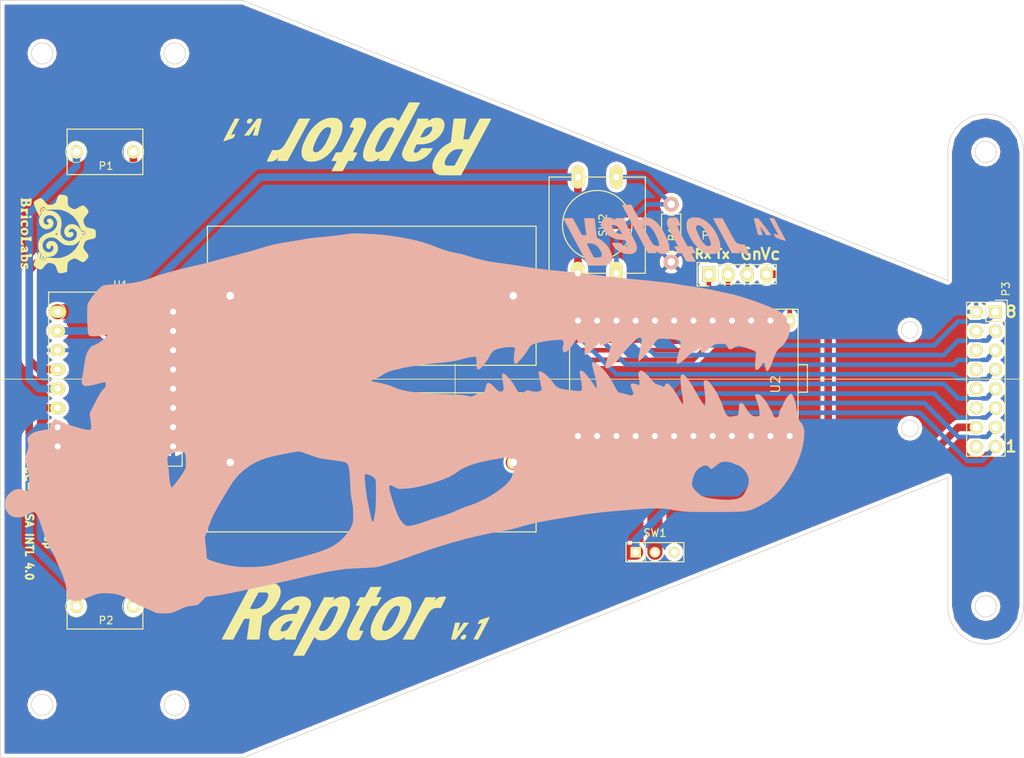
<source format=kicad_pcb>
(kicad_pcb (version 4) (host pcbnew 4.0.5+dfsg1-4~bpo8+1)
  (title_block (title Raptor) (date 2017-03-11) (rev "v 1.0") (company BricoLabs) (comment 1 "Revisado por TCRobotics") (comment 2 "KiCAD: salvari") (comment 3 "CC-By-SA-INTL 4.0") (comment 4 "Diseño: Felixstpd"))
  (layers (0 F.Cu signal) (31 B.Cu signal) (34 B.Paste user) (35 F.Paste user) (36 B.SilkS user hide) (37 F.SilkS user hide) (38 B.Mask user) (39 F.Mask user) (44 Edge.Cuts user))
  (net 0 "")
  (net 1 "Net-(BT1-Pad1)")
  (net 2 "Net-(BT1-Pad2)")
  (net 3 GND)
  (net 4 "Net-(P1-Pad1)")
  (net 5 "Net-(P1-Pad2)")
  (net 6 "Net-(P2-Pad1)")
  (net 7 "Net-(P2-Pad2)")
  (net 8 /Sensor8)
  (net 9 /Sensor7)
  (net 10 /Sensor6)
  (net 11 /Sensor5)
  (net 12 /Sensor4)
  (net 13 /Sensor3)
  (net 14 VCC)
  (net 15 /Sensor2)
  (net 16 /Sensor1)
  (net 17 /Button)
  (net 18 /PWM_RIGHT)
  (net 19 /IN2_RIGHT)
  (net 20 /IN1_RIGHT)
  (net 21 /STBY)
  (net 22 /IN1_LEFT)
  (net 23 /IN2_LEFT)
  (net 24 /PWM_LEFT)
  (net 25 /Vbat)
  (net 26 /Rx)
  (net 27 /Tx)
  (module bl_kicad:Motor_raptor (layer F.Cu) (at 102.3 135)
    (fp_text reference P2 (at 0.14 1.86) (layer F.SilkS))
    (fp_text value RIGHT_ENG)
    (pad 1 thru_hole oval (at -3.75 0) (size 1.6 1.8) (drill 1) (layers *.Cu *.Mask F.SilkS) (net 6 "Net-(P2-Pad1)"))
    (pad 2 thru_hole oval (at 3.75 0) (size 1.6 1.8) (drill 1) (layers *.Cu *.Mask F.SilkS) (net 7 "Net-(P2-Pad2)"))
  )
  (module bl_kicad:Battery_16340 (layer F.Cu) (at 137.5 116 180)
    (fp_text reference BT1 (at 0.47 0.15 180) (layer F.SilkS))
    (fp_text value Battery)
    (pad 1 thru_hole oval (at -18.67 0 180) (size 1.6 1.8) (drill 1) (layers *.Cu *.Mask F.SilkS) (net 1 "Net-(BT1-Pad1)"))
    (pad 1 thru_hole oval (at -18.67 0 180) (size 1.6 1.8) (drill 1) (layers *.Cu *.Mask F.SilkS) (net 1 "Net-(BT1-Pad1)"))
    (pad 2 thru_hole oval (at 18.67 0 180) (size 1.6 1.8) (drill 1) (layers *.Cu *.Mask F.SilkS) (net 2 "Net-(BT1-Pad2)"))
  )
  (module bl_kicad:Battery_16340 (layer F.Cu) (at 137.5 94)
    (fp_text reference BT2 (at 0.47 0.15) (layer F.SilkS))
    (fp_text value Battery)
    (pad 1 thru_hole oval (at -18.67 0) (size 1.6 1.8) (drill 1) (layers *.Cu *.Mask F.SilkS) (net 2 "Net-(BT1-Pad2)"))
    (pad 1 thru_hole oval (at -18.67 0) (size 1.6 1.8) (drill 1) (layers *.Cu *.Mask F.SilkS) (net 2 "Net-(BT1-Pad2)"))
    (pad 2 thru_hole oval (at 18.67 0) (size 1.6 1.8) (drill 1) (layers *.Cu *.Mask F.SilkS) (net 3 GND))
  )
  (module bl_kicad:Motor_raptor (layer F.Cu) (at 102.3 75)
    (fp_text reference P1 (at 0.14 1.86) (layer F.SilkS))
    (fp_text value LEFT_ENG)
    (pad 1 thru_hole oval (at -3.75 0) (size 1.6 1.8) (drill 1) (layers *.Cu *.Mask F.SilkS) (net 4 "Net-(P1-Pad1)"))
    (pad 2 thru_hole oval (at 3.75 0) (size 1.6 1.8) (drill 1) (layers *.Cu *.Mask F.SilkS) (net 5 "Net-(P1-Pad2)"))
  )
  (module Symbols:OSHW-Logo2_14.6x12mm_SilkScreen (layer F.Cu) (at 102.47 124.05 270)
    (fp_text reference REF*** hide)
    (fp_text value OSHW-Logo2_14.6x12mm_SilkScreen hide)
  )
  (module Buttons_Switches_ThroughHole:SW_Micro_SPST (layer F.Cu) (at 174.86 127.86)
    (fp_text reference SW1 (at 0 -2.54) (layer F.SilkS))
    (fp_text value Switch_SPDT_x2)
    (pad 1 thru_hole rect (at -2.54 0) (size 1.397 1.397) (drill 0.8128) (layers *.Cu *.Mask F.SilkS) (net 25 /Vbat))
    (pad 2 thru_hole circle (at 0 0) (size 1.397 1.397) (drill 0.8128) (layers *.Cu *.Mask F.SilkS) (net 1 "Net-(BT1-Pad1)"))
    (pad 3 thru_hole circle (at 2.54 0) (size 1.397 1.397) (drill 0.8128) (layers *.Cu *.Mask F.SilkS))
  )
  (module Buttons_Switches_ThroughHole:SW_PUSH-12mm (layer F.Cu) (at 167.24 84.68 270)
    (fp_text reference SW2 (at 0 -0.762 270) (layer F.SilkS))
    (fp_text value SW_PUSH)
    (pad 1 thru_hole oval (at 6.35 -2.54 270) (size 3.048 1.7272) (drill 0.8128) (layers *.Cu *.Mask F.SilkS) (net 17 /Button))
    (pad 2 thru_hole oval (at 6.35 2.54 270) (size 3.048 1.7272) (drill 0.8128) (layers *.Cu *.Mask F.SilkS) (net 14 VCC))
    (pad 1 thru_hole oval (at -6.35 -2.54 270) (size 3.048 1.7272) (drill 0.8128) (layers *.Cu *.Mask F.SilkS) (net 17 /Button))
    (pad 2 thru_hole oval (at -6.35 2.54 270) (size 3.048 1.7272) (drill 0.8128) (layers *.Cu *.Mask F.SilkS) (net 14 VCC))
  )
  (module Socket_Strips:Socket_Strip_Straight_2x08 (layer F.Cu) (at 219.79 96.13 270)
    (fp_text reference P3 (at -3.025 -1.375 270) (layer F.SilkS))
    (fp_text value CONN_02X08)
    (pad 1 thru_hole rect (at 0 0 270) (size 1.7272 1.7272) (drill 1.016) (layers *.Cu *.Mask F.SilkS) (net 8 /Sensor8))
    (pad 2 thru_hole oval (at 0 2.54 270) (size 1.7272 1.7272) (drill 1.016) (layers *.Cu *.Mask F.SilkS) (net 3 GND))
    (pad 3 thru_hole oval (at 2.54 0 270) (size 1.7272 1.7272) (drill 1.016) (layers *.Cu *.Mask F.SilkS) (net 9 /Sensor7))
    (pad 4 thru_hole oval (at 2.54 2.54 270) (size 1.7272 1.7272) (drill 1.016) (layers *.Cu *.Mask F.SilkS))
    (pad 5 thru_hole oval (at 5.08 0 270) (size 1.7272 1.7272) (drill 1.016) (layers *.Cu *.Mask F.SilkS) (net 10 /Sensor6))
    (pad 6 thru_hole oval (at 5.08 2.54 270) (size 1.7272 1.7272) (drill 1.016) (layers *.Cu *.Mask F.SilkS))
    (pad 7 thru_hole oval (at 7.62 0 270) (size 1.7272 1.7272) (drill 1.016) (layers *.Cu *.Mask F.SilkS) (net 11 /Sensor5))
    (pad 8 thru_hole oval (at 7.62 2.54 270) (size 1.7272 1.7272) (drill 1.016) (layers *.Cu *.Mask F.SilkS))
    (pad 9 thru_hole oval (at 10.16 0 270) (size 1.7272 1.7272) (drill 1.016) (layers *.Cu *.Mask F.SilkS) (net 12 /Sensor4))
    (pad 10 thru_hole oval (at 10.16 2.54 270) (size 1.7272 1.7272) (drill 1.016) (layers *.Cu *.Mask F.SilkS))
    (pad 11 thru_hole oval (at 12.7 0 270) (size 1.7272 1.7272) (drill 1.016) (layers *.Cu *.Mask F.SilkS) (net 13 /Sensor3))
    (pad 12 thru_hole oval (at 12.7 2.54 270) (size 1.7272 1.7272) (drill 1.016) (layers *.Cu *.Mask F.SilkS))
    (pad 13 thru_hole oval (at 15.24 0 270) (size 1.7272 1.7272) (drill 1.016) (layers *.Cu *.Mask F.SilkS) (net 15 /Sensor2))
    (pad 14 thru_hole oval (at 15.24 2.54 270) (size 1.7272 1.7272) (drill 1.016) (layers *.Cu *.Mask F.SilkS) (net 14 VCC))
    (pad 15 thru_hole oval (at 17.78 0 270) (size 1.7272 1.7272) (drill 1.016) (layers *.Cu *.Mask F.SilkS) (net 16 /Sensor1))
    (pad 16 thru_hole oval (at 17.78 2.54 270) (size 1.7272 1.7272) (drill 1.016) (layers *.Cu *.Mask F.SilkS))
  )
  (module Resistors_ThroughHole:Resistor_Horizontal_RM7mm (layer F.Cu) (at 177.005 81.925 270)
    (fp_text reference R1 (at 3.925 -0.175 270) (layer F.SilkS))
    (fp_text value 10k)
    (pad 1 thru_hole circle (at 0 0 270) (size 1.99898 1.99898) (drill 1.00076) (layers *.Cu *.SilkS *.Mask) (net 17 /Button))
    (pad 2 thru_hole circle (at 7.62 0 270) (size 1.99898 1.99898) (drill 1.00076) (layers *.Cu *.SilkS *.Mask) (net 3 GND))
  )
  (module bl_kicad:DIP-24_600 (layer F.Cu) (at 179.04 104.9 270)
    (fp_text reference U2 (at 0.79 -11.73 270) (layer F.SilkS) (effects (font (size 1.2 1.2))))
    (fp_text value Arduino_Pro_Mini)
    (pad 24 thru_hole oval (at 7.620008 -13.6 180) (size 1.2 2) (drill 0.8) (layers *.Cu *.Mask F.SilkS) (net 25 /Vbat))
    (pad 1 thru_hole oval (at -7.619997 -13.6 180) (size 1.2 2) (drill 0.8) (layers *.Cu *.Mask F.SilkS) (net 27 /Tx))
    (pad 23 thru_hole oval (at 7.620008 -11.06 180) (size 1.2 2) (drill 0.8) (layers *.Cu *.Mask F.SilkS) (net 3 GND))
    (pad 2 thru_hole oval (at -7.619997 -11.06 180) (size 1.2 2) (drill 0.8) (layers *.Cu *.Mask F.SilkS) (net 26 /Rx))
    (pad 22 thru_hole oval (at 7.620008 -8.52 180) (size 1.2 2) (drill 0.8) (layers *.Cu *.Mask F.SilkS))
    (pad 3 thru_hole oval (at -7.619997 -8.52 180) (size 1.2 2) (drill 0.8) (layers *.Cu *.Mask F.SilkS) (net 3 GND))
    (pad 21 thru_hole oval (at 7.620008 -5.98 180) (size 1.2 2) (drill 0.8) (layers *.Cu *.Mask F.SilkS) (net 14 VCC))
    (pad 4 thru_hole oval (at -7.619997 -5.98 180) (size 1.2 2) (drill 0.8) (layers *.Cu *.Mask F.SilkS) (net 3 GND))
    (pad 20 thru_hole oval (at 7.620008 -3.44 180) (size 1.2 2) (drill 0.8) (layers *.Cu *.Mask F.SilkS) (net 16 /Sensor1))
    (pad 5 thru_hole oval (at -7.619997 -3.44 180) (size 1.2 2) (drill 0.8) (layers *.Cu *.Mask F.SilkS) (net 22 /IN1_LEFT))
    (pad 19 thru_hole oval (at 7.620008 -0.9 180) (size 1.2 2) (drill 0.8) (layers *.Cu *.Mask F.SilkS) (net 15 /Sensor2))
    (pad 6 thru_hole oval (at -7.619997 -0.9 180) (size 1.2 2) (drill 0.8) (layers *.Cu *.Mask F.SilkS) (net 23 /IN2_LEFT))
    (pad 18 thru_hole oval (at 7.620008 1.64 180) (size 1.2 2) (drill 0.8) (layers *.Cu *.Mask F.SilkS) (net 13 /Sensor3))
    (pad 7 thru_hole oval (at -7.619997 1.64 180) (size 1.2 2) (drill 0.8) (layers *.Cu *.Mask F.SilkS) (net 8 /Sensor8))
    (pad 17 thru_hole oval (at 7.620008 4.18 180) (size 1.2 2) (drill 0.8) (layers *.Cu *.Mask F.SilkS) (net 12 /Sensor4))
    (pad 8 thru_hole oval (at -7.619997 4.18 180) (size 1.2 2) (drill 0.8) (layers *.Cu *.Mask F.SilkS) (net 24 /PWM_LEFT))
    (pad 16 thru_hole oval (at 7.620008 6.72 180) (size 1.2 2) (drill 0.8) (layers *.Cu *.Mask F.SilkS) (net 21 /STBY))
    (pad 9 thru_hole oval (at -7.619997 6.72 180) (size 1.2 2) (drill 0.8) (layers *.Cu *.Mask F.SilkS) (net 9 /Sensor7))
    (pad 15 thru_hole oval (at 7.620008 9.26 180) (size 1.2 2) (drill 0.8) (layers *.Cu *.Mask F.SilkS) (net 20 /IN1_RIGHT))
    (pad 10 thru_hole oval (at -7.619997 9.26 180) (size 1.2 2) (drill 0.8) (layers *.Cu *.Mask F.SilkS) (net 17 /Button))
    (pad 14 thru_hole oval (at 7.620008 11.8 180) (size 1.2 2) (drill 0.8) (layers *.Cu *.Mask F.SilkS) (net 19 /IN2_RIGHT))
    (pad 11 thru_hole oval (at -7.619997 11.8 180) (size 1.2 2) (drill 0.8) (layers *.Cu *.Mask F.SilkS) (net 10 /Sensor6))
    (pad 13 thru_hole oval (at 7.620008 14.34 180) (size 1.2 2) (drill 0.8) (layers *.Cu *.Mask F.SilkS) (net 18 /PWM_RIGHT))
    (pad 12 thru_hole oval (at -7.619997 14.34 180) (size 1.2 2) (drill 0.8) (layers *.Cu *.Mask F.SilkS) (net 11 /Sensor5))
  )
  (module Socket_Strips:Socket_Strip_Straight_1x04 (layer F.Cu) (at 181.972 91.157)
    (fp_text reference P4 (at 0 -5.1) (layer F.SilkS))
    (fp_text value CONN_01X04)
    (pad 1 thru_hole rect (at 0 0) (size 1.7272 2.032) (drill 1.016) (layers *.Cu *.Mask F.SilkS) (net 26 /Rx))
    (pad 2 thru_hole oval (at 2.54 0) (size 1.7272 2.032) (drill 1.016) (layers *.Cu *.Mask F.SilkS) (net 27 /Tx))
    (pad 3 thru_hole oval (at 5.08 0) (size 1.7272 2.032) (drill 1.016) (layers *.Cu *.Mask F.SilkS) (net 3 GND))
    (pad 4 thru_hole oval (at 7.62 0) (size 1.7272 2.032) (drill 1.016) (layers *.Cu *.Mask F.SilkS) (net 14 VCC))
  )
  (module bl_kicad:RaptorCranium (layer B.Cu) (at 141.84 108.81)
    (fp_text reference G*** hide)
    (fp_text value LOGO hide)
  )
  (module bl_kicad:RaptorName_v1 (layer F.Cu) (at 135.49 136.75)
    (fp_text reference G*** hide)
    (fp_text value LOGO hide)
  )
  (module bl_kicad:RaptorName_v1 (layer F.Cu) (at 135.49 73.25 180)
    (fp_text reference G*** hide)
    (fp_text value LOGO hide)
  )
  (module bl_kicad:BricoLabs_logo_small (layer F.Cu) (at 96.12 85.95 270)
    (fp_text reference G*** hide)
    (fp_text value LOGO hide)
  )
  (module bl_kicad:DIP-16_600 (layer F.Cu) (at 96.05 96.11)
    (fp_text reference U1 (at 8.32 -3.54) (layer F.SilkS))
    (fp_text value TB6612FNG_BREAKOUT)
    (pad 1 thru_hole oval (at 0 0) (size 2 1.6) (drill 0.8) (layers *.Cu *.Mask F.SilkS) (net 25 /Vbat))
    (pad 2 thru_hole oval (at 0 2.54) (size 2 1.6) (drill 0.8) (layers *.Cu *.Mask F.SilkS) (net 14 VCC))
    (pad 3 thru_hole oval (at 0 5.08) (size 2 1.6) (drill 0.8) (layers *.Cu *.Mask F.SilkS) (net 3 GND))
    (pad 4 thru_hole oval (at 0 7.62) (size 2 1.6) (drill 0.8) (layers *.Cu *.Mask F.SilkS) (net 5 "Net-(P1-Pad2)"))
    (pad 5 thru_hole oval (at 0 10.16) (size 2 1.6) (drill 0.8) (layers *.Cu *.Mask F.SilkS) (net 4 "Net-(P1-Pad1)"))
    (pad 6 thru_hole oval (at 0 12.7) (size 2 1.6) (drill 0.8) (layers *.Cu *.Mask F.SilkS) (net 7 "Net-(P2-Pad2)"))
    (pad 7 thru_hole oval (at 0 15.24) (size 2 1.6) (drill 0.8) (layers *.Cu *.Mask F.SilkS) (net 6 "Net-(P2-Pad1)"))
    (pad 8 thru_hole oval (at 0 17.78) (size 2 1.6) (drill 0.8) (layers *.Cu *.Mask F.SilkS) (net 3 GND))
    (pad 9 thru_hole oval (at 15.24 17.78) (size 2 1.6) (drill 0.8) (layers *.Cu *.Mask F.SilkS) (net 3 GND))
    (pad 10 thru_hole oval (at 15.24 15.24) (size 2 1.6) (drill 0.8) (layers *.Cu *.Mask F.SilkS) (net 18 /PWM_RIGHT))
    (pad 11 thru_hole oval (at 15.24 12.7) (size 2 1.6) (drill 0.8) (layers *.Cu *.Mask F.SilkS) (net 19 /IN2_RIGHT))
    (pad 12 thru_hole oval (at 15.24 10.16) (size 2 1.6) (drill 0.8) (layers *.Cu *.Mask F.SilkS) (net 20 /IN1_RIGHT))
    (pad 13 thru_hole oval (at 15.24 7.62) (size 2 1.6) (drill 0.8) (layers *.Cu *.Mask F.SilkS) (net 21 /STBY))
    (pad 14 thru_hole oval (at 15.24 5.08) (size 2 1.6) (drill 0.8) (layers *.Cu *.Mask F.SilkS) (net 22 /IN1_LEFT))
    (pad 15 thru_hole oval (at 15.24 2.54) (size 2 1.6) (drill 0.8) (layers *.Cu *.Mask F.SilkS) (net 23 /IN2_LEFT))
    (pad 16 thru_hole oval (at 15.24 0) (size 2 1.6) (drill 0.8) (layers *.Cu *.Mask F.SilkS) (net 24 /PWM_LEFT))
  )
  (gr_text Felixstdp (at 94.85 124.05 270) (layer F.SilkS) (effects (font (size 1 1) (thickness 0.25))))
  (gr_text "CC-By-SA INTL 4.0" (at 92.31 124.05 270) (layer F.SilkS) (effects (font (size 1 1) (thickness 0.25))))
  (gr_line (start 213.5011 118.0036) (end 213.5011 135.0036) (layer Edge.Cuts) (width 0.1))
  (gr_line (start 213.5011 75.0036) (end 213.5011 92.0036) (layer Edge.Cuts) (width 0.1))
  (gr_line (start 120.5011 155.0036) (end 213.5011 118.0036) (layer Edge.Cuts) (width 0.1))
  (gr_line (start 120.5011 55.0036) (end 213.5011 92.0036) (layer Edge.Cuts) (width 0.1))
  (gr_circle (center 94.0011 62.0036) (end 95.4011 62.0036) (layer Edge.Cuts) (width 0.1))
  (gr_circle (center 111.5011 62.0036) (end 112.9011 62.0036) (layer Edge.Cuts) (width 0.1))
  (gr_circle (center 111.5011 148.0036) (end 112.9011 148.0036) (layer Edge.Cuts) (width 0.1))
  (gr_circle (center 94.0011 148.0036) (end 95.4011 148.0036) (layer Edge.Cuts) (width 0.1))
  (gr_circle (center 218.5011 135.0036) (end 219.9011 135.0036) (layer Edge.Cuts) (width 0.1))
  (gr_circle (center 218.5011 75.0036) (end 219.9011 75.0036) (layer Edge.Cuts) (width 0.1))
  (gr_line (start 120.5011 55.0036) (end 88.5011 55.0036) (layer Edge.Cuts) (width 0.1))
  (gr_line (start 88.5011 155.0036) (end 120.5011 155.0036) (layer Edge.Cuts) (width 0.1))
  (gr_line (start 88.5011 55.0036) (end 88.5011 155.0036) (layer Edge.Cuts) (width 0.1))
  (gr_arc (start 218.5011 135.0036) (end 213.5011 135.0036) (angle -180) (layer Edge.Cuts) (width 0.1))
  (gr_arc (start 218.5011 75.0036) (end 223.5011 75.0036) (angle -180) (layer Edge.Cuts) (width 0.1))
  (gr_line (start 223.5011 75.0036) (end 223.5011 135.0036) (layer Edge.Cuts) (width 0.1))
  (gr_circle (center 208.5011 111.5036) (end 209.6011 111.5036) (layer Edge.Cuts) (width 0.1))
  (gr_circle (center 208.5011 98.5036) (end 209.6011 98.5036) (layer Edge.Cuts) (width 0.1))
  (gr_text 8 (at 221.85 96.11) (layer F.SilkS) (effects (font (size 1.5 1.5) (thickness 0.3))))
  (gr_text 1 (at 221.85 113.89) (layer F.SilkS) (effects (font (size 1.5 1.5) (thickness 0.3))))
  (gr_text Gn (at 187.56 88.49) (layer F.SilkS) (effects (font (size 1.5 1.5) (thickness 0.3))))
  (gr_text Vc (at 190.1 88.49) (layer F.SilkS) (effects (font (size 1.5 1.5) (thickness 0.3))))
  (gr_text Tx (at 183.75 88.49) (layer F.SilkS) (effects (font (size 1.2 1.2) (thickness 0.3))))
  (gr_text Rx (at 181.21 88.49) (layer F.SilkS) (effects (font (size 1.2 1.2) (thickness 0.3))))
  (gr_line (start 148.5011 103.0036) (end 148.5011 107.0036) (layer F.SilkS) (width 0.1))
  (gr_line (start 88.5011 105.0036) (end 223.5011 105.0036) (layer F.SilkS) (width 0.1))
  (gr_circle (center 106.0011 135.0036) (end 107.4011 135.0036) (layer F.SilkS) (width 0.1))
  (gr_circle (center 98.5011 135.0036) (end 99.9011 135.0036) (layer F.SilkS) (width 0.1))
  (gr_circle (center 106.0011 75.0036) (end 107.4011 75.0036) (layer F.SilkS) (width 0.1))
  (gr_circle (center 98.5011 75.0036) (end 99.9011 75.0036) (layer F.SilkS) (width 0.1))
  (segment (start 168.08 116) (end 174.86 122.78) (width 2) (layer F.Cu) (net 1))
  (segment (start 174.86 122.78) (end 174.86 127.86) (width 2) (layer F.Cu) (net 1))
  (segment (start 156.17 116) (end 168.08 116) (width 2) (layer F.Cu) (net 1))
  (segment (start 118.83 94) (end 118.83 116) (width 2) (layer B.Cu) (net 2))
  (segment (start 96.05 106.27) (end 93.58 106.27) (width 1) (layer B.Cu) (net 4))
  (segment (start 93.58 106.27) (end 92.31 105) (width 1) (layer B.Cu) (net 4))
  (segment (start 92.31 105) (end 92.31 83.14) (width 1) (layer B.Cu) (net 4))
  (segment (start 92.31 83.14) (end 98.55 76.9) (width 1) (layer B.Cu) (net 4))
  (segment (start 98.55 76.9) (end 98.55 75) (width 1) (layer B.Cu) (net 4))
  (segment (start 96.05 103.73) (end 93.58 103.73) (width 1) (layer F.Cu) (net 5))
  (segment (start 93.58 103.73) (end 92.31 102.46) (width 1) (layer F.Cu) (net 5))
  (segment (start 92.31 102.46) (end 92.31 90.64) (width 1) (layer F.Cu) (net 5))
  (segment (start 92.31 90.64) (end 106.05 76.9) (width 1) (layer F.Cu) (net 5))
  (segment (start 106.05 76.9) (end 106.05 75) (width 1) (layer F.Cu) (net 5))
  (segment (start 96.05 111.35) (end 93.58 111.35) (width 1) (layer B.Cu) (net 6))
  (segment (start 93.58 111.35) (end 92.31 112.62) (width 1) (layer B.Cu) (net 6))
  (segment (start 92.31 112.62) (end 92.31 126.59) (width 1) (layer B.Cu) (net 6))
  (segment (start 92.31 126.59) (end 98.55 132.83) (width 1) (layer B.Cu) (net 6))
  (segment (start 98.55 132.83) (end 98.55 135) (width 1) (layer B.Cu) (net 6))
  (segment (start 92.31 110.08) (end 92.31 119.36) (width 1) (layer F.Cu) (net 7))
  (segment (start 92.31 119.36) (end 106.05 133.1) (width 1) (layer F.Cu) (net 7))
  (segment (start 106.05 133.1) (end 106.05 135) (width 1) (layer F.Cu) (net 7))
  (segment (start 93.58 108.81) (end 92.31 110.08) (width 1) (layer F.Cu) (net 7))
  (segment (start 96.05 108.81) (end 93.58 108.81) (width 1) (layer F.Cu) (net 7))
  (segment (start 177.4 97.280003) (end 177.4 99.285) (width 0.6096) (layer B.Cu) (net 8))
  (segment (start 214.881801 97.396801) (end 216.151801 97.396801) (width 0.6096) (layer B.Cu) (net 8))
  (segment (start 177.4 99.285) (end 178.67 100.555) (width 0.6096) (layer B.Cu) (net 8))
  (segment (start 178.67 100.555) (end 211.69 100.555) (width 0.6096) (layer B.Cu) (net 8))
  (segment (start 211.69 100.555) (end 214.848199 97.396801) (width 0.6096) (layer B.Cu) (net 8))
  (segment (start 214.848199 97.396801) (end 214.881801 97.396801) (width 0.6096) (layer B.Cu) (net 8))
  (segment (start 218.04 97.38) (end 217.874866 97.38) (width 0.4064) (layer B.Cu) (net 8))
  (segment (start 217.874866 97.38) (end 217.858065 97.396801) (width 0.4064) (layer B.Cu) (net 8))
  (segment (start 217.858065 97.396801) (end 216.151801 97.396801) (width 0.4064) (layer B.Cu) (net 8))
  (segment (start 218.675 97.38) (end 218.04 97.38) (width 0.6096) (layer B.Cu) (net 8))
  (segment (start 219.79 96.265) (end 218.675 97.38) (width 0.6096) (layer B.Cu) (net 8))
  (segment (start 219.79 96.13) (end 219.79 96.265) (width 0.6096) (layer B.Cu) (net 8))
  (segment (start 172.32 97.280003) (end 172.32 99.285) (width 0.6096) (layer B.Cu) (net 9))
  (segment (start 174.86 101.825) (end 212.96 101.825) (width 0.6096) (layer B.Cu) (net 9))
  (segment (start 172.32 99.285) (end 174.86 101.825) (width 0.6096) (layer B.Cu) (net 9))
  (segment (start 214.881801 99.936801) (end 216.151801 99.936801) (width 0.6096) (layer B.Cu) (net 9))
  (segment (start 212.96 101.825) (end 214.848199 99.936801) (width 0.6096) (layer B.Cu) (net 9))
  (segment (start 214.848199 99.936801) (end 214.881801 99.936801) (width 0.6096) (layer B.Cu) (net 9))
  (segment (start 218.04 99.92) (end 217.874866 99.92) (width 0.4064) (layer B.Cu) (net 9))
  (segment (start 217.874866 99.92) (end 217.858065 99.936801) (width 0.4064) (layer B.Cu) (net 9))
  (segment (start 217.858065 99.936801) (end 216.151801 99.936801) (width 0.4064) (layer B.Cu) (net 9))
  (segment (start 218.675 99.92) (end 218.04 99.92) (width 0.6096) (layer B.Cu) (net 9))
  (segment (start 218.926401 99.668599) (end 218.675 99.92) (width 0.6096) (layer B.Cu) (net 9))
  (segment (start 219.79 98.67) (end 218.926401 99.533599) (width 0.6096) (layer B.Cu) (net 9))
  (segment (start 218.926401 99.533599) (end 218.926401 99.668599) (width 0.6096) (layer B.Cu) (net 9))
  (segment (start 167.24 97.280003) (end 167.24 99.285) (width 0.6096) (layer B.Cu) (net 10))
  (segment (start 167.24 99.285) (end 171.05 103.095) (width 0.6096) (layer B.Cu) (net 10))
  (segment (start 171.05 103.095) (end 214.23 103.095) (width 0.6096) (layer B.Cu) (net 10))
  (segment (start 214.23 103.095) (end 214.848199 102.476801) (width 0.6096) (layer B.Cu) (net 10))
  (segment (start 214.848199 102.476801) (end 214.881801 102.476801) (width 0.6096) (layer B.Cu) (net 10))
  (segment (start 214.881801 102.476801) (end 216.151801 102.476801) (width 0.6096) (layer B.Cu) (net 10))
  (segment (start 218.04 102.46) (end 217.874866 102.46) (width 0.4064) (layer B.Cu) (net 10))
  (segment (start 217.874866 102.46) (end 217.858065 102.476801) (width 0.4064) (layer B.Cu) (net 10))
  (segment (start 217.858065 102.476801) (end 216.151801 102.476801) (width 0.4064) (layer B.Cu) (net 10))
  (segment (start 218.675 102.46) (end 218.04 102.46) (width 0.6096) (layer B.Cu) (net 10))
  (segment (start 218.926401 102.208599) (end 218.675 102.46) (width 0.6096) (layer B.Cu) (net 10))
  (segment (start 219.79 101.21) (end 218.926401 102.073599) (width 0.6096) (layer B.Cu) (net 10))
  (segment (start 218.926401 102.073599) (end 218.926401 102.208599) (width 0.6096) (layer B.Cu) (net 10))
  (segment (start 164.7 97.280003) (end 164.7 99.285) (width 0.6096) (layer B.Cu) (net 11))
  (segment (start 164.7 99.285) (end 169.78 104.365) (width 0.6096) (layer B.Cu) (net 11))
  (segment (start 169.78 104.365) (end 214.23 104.365) (width 0.6096) (layer B.Cu) (net 11))
  (segment (start 214.23 104.365) (end 214.881801 105.016801) (width 0.6096) (layer B.Cu) (net 11))
  (segment (start 214.881801 105.016801) (end 216.151801 105.016801) (width 0.6096) (layer B.Cu) (net 11))
  (segment (start 218.04 105) (end 217.874866 105) (width 0.4064) (layer B.Cu) (net 11))
  (segment (start 217.874866 105) (end 217.858065 105.016801) (width 0.4064) (layer B.Cu) (net 11))
  (segment (start 217.858065 105.016801) (end 216.151801 105.016801) (width 0.4064) (layer B.Cu) (net 11))
  (segment (start 218.675 105) (end 218.04 105) (width 0.6096) (layer B.Cu) (net 11))
  (segment (start 218.926401 104.748599) (end 218.675 105) (width 0.6096) (layer B.Cu) (net 11))
  (segment (start 219.79 103.75) (end 218.926401 104.613599) (width 0.6096) (layer B.Cu) (net 11))
  (segment (start 218.926401 104.613599) (end 218.926401 104.748599) (width 0.6096) (layer B.Cu) (net 11))
  (segment (start 216.151801 107.556801) (end 214.881801 107.556801) (width 0.6096) (layer B.Cu) (net 12))
  (segment (start 214.881801 107.556801) (end 212.96 105.635) (width 0.6096) (layer B.Cu) (net 12))
  (segment (start 212.96 105.635) (end 179.305 105.635) (width 0.6096) (layer B.Cu) (net 12))
  (segment (start 179.305 105.635) (end 174.86 110.08) (width 0.6096) (layer B.Cu) (net 12))
  (segment (start 174.86 110.08) (end 174.86 112.520008) (width 0.6096) (layer B.Cu) (net 12))
  (segment (start 218.04 107.54) (end 217.874866 107.54) (width 0.4064) (layer B.Cu) (net 12))
  (segment (start 217.874866 107.54) (end 217.858065 107.556801) (width 0.4064) (layer B.Cu) (net 12))
  (segment (start 217.858065 107.556801) (end 216.151801 107.556801) (width 0.4064) (layer B.Cu) (net 12))
  (segment (start 218.675 107.54) (end 218.04 107.54) (width 0.6096) (layer B.Cu) (net 12))
  (segment (start 218.926401 107.288599) (end 218.675 107.54) (width 0.6096) (layer B.Cu) (net 12))
  (segment (start 219.79 106.29) (end 218.926401 107.153599) (width 0.6096) (layer B.Cu) (net 12))
  (segment (start 218.926401 107.153599) (end 218.926401 107.288599) (width 0.6096) (layer B.Cu) (net 12))
  (segment (start 216.151801 110.096801) (end 214.881801 110.096801) (width 0.6096) (layer B.Cu) (net 13))
  (segment (start 214.881801 110.096801) (end 211.69 106.905) (width 0.6096) (layer B.Cu) (net 13))
  (segment (start 211.69 106.905) (end 180.575 106.905) (width 0.6096) (layer B.Cu) (net 13))
  (segment (start 180.575 106.905) (end 177.4 110.08) (width 0.6096) (layer B.Cu) (net 13))
  (segment (start 177.4 110.08) (end 177.4 112.520008) (width 0.6096) (layer B.Cu) (net 13))
  (segment (start 218.04 110.08) (end 217.874866 110.08) (width 0.4064) (layer B.Cu) (net 13))
  (segment (start 217.874866 110.08) (end 217.858065 110.096801) (width 0.4064) (layer B.Cu) (net 13))
  (segment (start 217.858065 110.096801) (end 216.151801 110.096801) (width 0.4064) (layer B.Cu) (net 13))
  (segment (start 218.54 110.08) (end 218.04 110.08) (width 0.6096) (layer B.Cu) (net 13))
  (segment (start 219.79 108.83) (end 218.54 110.08) (width 0.6096) (layer B.Cu) (net 13))
  (segment (start 173.59 84.68) (end 168.51 84.68) (width 1) (layer F.Cu) (net 14))
  (segment (start 174.86 85.95) (end 173.59 84.68) (width 1) (layer F.Cu) (net 14))
  (segment (start 190.1 85.95) (end 174.86 85.95) (width 1) (layer F.Cu) (net 14))
  (segment (start 167.24 85.95) (end 168.51 84.68) (width 1) (layer F.Cu) (net 14))
  (segment (start 164.7 88.49) (end 167.24 85.95) (width 1) (layer F.Cu) (net 14))
  (segment (start 195.053 90.903) (end 190.1 85.95) (width 1) (layer F.Cu) (net 14))
  (segment (start 195.053 91.157) (end 195.053 90.903) (width 1) (layer F.Cu) (net 14))
  (segment (start 214.885 111.37) (end 208.555 117.7) (width 1) (layer F.Cu) (net 14))
  (segment (start 208.555 117.7) (end 203.475 117.7) (width 1) (layer F.Cu) (net 14))
  (segment (start 217.25 111.37) (end 214.885 111.37) (width 1) (layer F.Cu) (net 14))
  (segment (start 197.72 93.57) (end 195.18 91.03) (width 1) (layer F.Cu) (net 14))
  (segment (start 195.053 91.157) (end 195.18 91.03) (width 1) (layer F.Cu) (net 14))
  (segment (start 189.592 91.157) (end 195.053 91.157) (width 1) (layer F.Cu) (net 14))
  (segment (start 197.72 114.525) (end 197.72 93.57) (width 1) (layer F.Cu) (net 14))
  (segment (start 197.72 114.525) (end 194.545 117.7) (width 1) (layer F.Cu) (net 14))
  (segment (start 164.7 91.03) (end 164.7 88.49) (width 1) (layer F.Cu) (net 14))
  (segment (start 168.51 84.68) (end 164.7 80.87) (width 1) (layer F.Cu) (net 14))
  (segment (start 164.7 80.87) (end 164.7 78.33) (width 1) (layer F.Cu) (net 14))
  (segment (start 203.475 117.7) (end 194.545 117.7) (width 1) (layer F.Cu) (net 14))
  (segment (start 122.79 78.33) (end 148.825 78.33) (width 1) (layer B.Cu) (net 14))
  (segment (start 148.825 78.33) (end 164.7 78.33) (width 1) (layer B.Cu) (net 14))
  (segment (start 194.545 117.7) (end 187.56 117.7) (width 1) (layer F.Cu) (net 14))
  (segment (start 187.56 117.7) (end 185.02 115.16) (width 1) (layer F.Cu) (net 14))
  (segment (start 185.02 115.16) (end 185.02 112.520008) (width 1) (layer F.Cu) (net 14))
  (segment (start 102.47 98.65) (end 122.79 78.33) (width 1) (layer B.Cu) (net 14))
  (segment (start 96.05 98.65) (end 102.47 98.65) (width 1) (layer B.Cu) (net 14))
  (segment (start 216.151801 112.636801) (end 214.881801 112.636801) (width 0.6096) (layer B.Cu) (net 15))
  (segment (start 214.881801 112.636801) (end 210.42 108.175) (width 0.6096) (layer B.Cu) (net 15))
  (segment (start 210.42 108.175) (end 181.845 108.175) (width 0.6096) (layer B.Cu) (net 15))
  (segment (start 181.845 108.175) (end 179.94 110.08) (width 0.6096) (layer B.Cu) (net 15))
  (segment (start 179.94 110.08) (end 179.94 112.520008) (width 0.6096) (layer B.Cu) (net 15))
  (segment (start 216.151801 112.636801) (end 216.135 112.62) (width 0.4064) (layer B.Cu) (net 15))
  (segment (start 218.04 112.62) (end 217.874866 112.62) (width 0.4064) (layer B.Cu) (net 15))
  (segment (start 217.874866 112.62) (end 217.858065 112.636801) (width 0.4064) (layer B.Cu) (net 15))
  (segment (start 217.858065 112.636801) (end 216.151801 112.636801) (width 0.4064) (layer B.Cu) (net 15))
  (segment (start 218.675 112.62) (end 218.04 112.62) (width 0.6096) (layer B.Cu) (net 15))
  (segment (start 218.926401 112.368599) (end 218.675 112.62) (width 0.6096) (layer B.Cu) (net 15))
  (segment (start 219.79 111.37) (end 218.926401 112.233599) (width 0.6096) (layer B.Cu) (net 15))
  (segment (start 218.926401 112.233599) (end 218.926401 112.368599) (width 0.6096) (layer B.Cu) (net 15))
  (segment (start 219.79 113.91) (end 218.926401 114.773599) (width 0.6096) (layer B.Cu) (net 16))
  (segment (start 216.135 115.795) (end 209.785 109.445) (width 0.6096) (layer B.Cu) (net 16))
  (segment (start 218.926401 114.773599) (end 218.926401 114.908599) (width 0.6096) (layer B.Cu) (net 16))
  (segment (start 218.926401 114.908599) (end 218.04 115.795) (width 0.6096) (layer B.Cu) (net 16))
  (segment (start 218.04 115.795) (end 216.135 115.795) (width 0.6096) (layer B.Cu) (net 16))
  (segment (start 209.785 109.445) (end 183.75 109.445) (width 0.6096) (layer B.Cu) (net 16))
  (segment (start 183.75 109.445) (end 182.48 110.715) (width 0.6096) (layer B.Cu) (net 16))
  (segment (start 182.48 110.715) (end 182.48 112.520008) (width 0.6096) (layer B.Cu) (net 16))
  (segment (start 169.78 91.03) (end 169.78 97.280003) (width 0.6096) (layer B.Cu) (net 17))
  (segment (start 173.805 81.925) (end 169.78 85.95) (width 0.6096) (layer B.Cu) (net 17))
  (segment (start 169.78 85.95) (end 169.78 91.03) (width 0.6096) (layer B.Cu) (net 17))
  (segment (start 177.005 81.925) (end 173.805 81.925) (width 0.6096) (layer B.Cu) (net 17))
  (segment (start 169.78 78.33) (end 173.41 78.33) (width 0.6096) (layer B.Cu) (net 17))
  (segment (start 173.41 78.33) (end 177.005 81.925) (width 0.6096) (layer B.Cu) (net 17))
  (segment (start 111.29 111.35) (end 113.9 111.35) (width 0.6096) (layer F.Cu) (net 18))
  (segment (start 113.9 111.35) (end 117.71 107.54) (width 0.6096) (layer F.Cu) (net 18))
  (segment (start 117.71 107.54) (end 162.16 107.54) (width 0.6096) (layer F.Cu) (net 18))
  (segment (start 162.16 107.54) (end 164.7 110.08) (width 0.6096) (layer F.Cu) (net 18))
  (segment (start 164.7 110.08) (end 164.7 112.520008) (width 0.6096) (layer F.Cu) (net 18))
  (segment (start 111.29 108.81) (end 113.9 108.81) (width 0.6096) (layer F.Cu) (net 19))
  (segment (start 113.9 108.81) (end 116.44 106.27) (width 0.6096) (layer F.Cu) (net 19))
  (segment (start 116.44 106.27) (end 163.43 106.27) (width 0.6096) (layer F.Cu) (net 19))
  (segment (start 163.43 106.27) (end 167.24 110.08) (width 0.6096) (layer F.Cu) (net 19))
  (segment (start 167.24 110.08) (end 167.24 112.520008) (width 0.6096) (layer F.Cu) (net 19))
  (segment (start 169.78 112.520008) (end 169.78 110.08) (width 0.6096) (layer F.Cu) (net 20))
  (segment (start 113.9 106.27) (end 111.29 106.27) (width 0.6096) (layer F.Cu) (net 20))
  (segment (start 169.78 110.08) (end 164.7 105) (width 0.6096) (layer F.Cu) (net 20))
  (segment (start 164.7 105) (end 115.17 105) (width 0.6096) (layer F.Cu) (net 20))
  (segment (start 115.17 105) (end 113.9 106.27) (width 0.6096) (layer F.Cu) (net 20))
  (segment (start 165.97 103.73) (end 111.29 103.73) (width 0.6096) (layer F.Cu) (net 21))
  (segment (start 172.32 110.08) (end 165.97 103.73) (width 0.6096) (layer F.Cu) (net 21))
  (segment (start 172.32 112.520008) (end 172.32 110.08) (width 0.6096) (layer F.Cu) (net 21))
  (segment (start 182.48 97.280003) (end 182.48 99.92) (width 0.6096) (layer F.Cu) (net 22))
  (segment (start 182.48 99.92) (end 179.94 102.46) (width 0.6096) (layer F.Cu) (net 22))
  (segment (start 179.94 102.46) (end 115.17 102.46) (width 0.6096) (layer F.Cu) (net 22))
  (segment (start 115.17 102.46) (end 113.9 101.19) (width 0.6096) (layer F.Cu) (net 22))
  (segment (start 113.9 101.19) (end 111.29 101.19) (width 0.6096) (layer F.Cu) (net 22))
  (segment (start 111.29 98.65) (end 113.9 98.65) (width 0.6096) (layer F.Cu) (net 23))
  (segment (start 178.67 101.19) (end 179.94 99.92) (width 0.6096) (layer F.Cu) (net 23))
  (segment (start 113.9 98.65) (end 116.44 101.19) (width 0.6096) (layer F.Cu) (net 23))
  (segment (start 116.44 101.19) (end 178.67 101.19) (width 0.6096) (layer F.Cu) (net 23))
  (segment (start 179.94 99.92) (end 179.94 97.680003) (width 0.6096) (layer F.Cu) (net 23))
  (segment (start 179.94 97.680003) (end 179.94 97.280003) (width 0.6096) (layer F.Cu) (net 23))
  (segment (start 174.86 97.280003) (end 174.86 98.65) (width 0.6096) (layer F.Cu) (net 24))
  (segment (start 174.86 98.65) (end 173.59 99.92) (width 0.6096) (layer F.Cu) (net 24))
  (segment (start 117.71 99.92) (end 113.9 96.11) (width 0.6096) (layer F.Cu) (net 24))
  (segment (start 173.59 99.92) (end 117.71 99.92) (width 0.6096) (layer F.Cu) (net 24))
  (segment (start 113.9 96.11) (end 111.29 96.11) (width 0.6096) (layer F.Cu) (net 24))
  (segment (start 103.74 99.285) (end 103.74 116.43) (width 2) (layer F.Cu) (net 25))
  (segment (start 103.74 116.43) (end 115.17 127.86) (width 2) (layer F.Cu) (net 25))
  (segment (start 96.05 96.11) (end 100.565 96.11) (width 2) (layer F.Cu) (net 25))
  (segment (start 100.565 96.11) (end 103.74 99.285) (width 2) (layer F.Cu) (net 25))
  (segment (start 115.17 127.86) (end 172.32 127.86) (width 2) (layer F.Cu) (net 25))
  (segment (start 172.32 127.86) (end 172.32 126.1615) (width 1) (layer B.Cu) (net 25))
  (segment (start 172.32 126.1615) (end 176.9715 121.51) (width 1) (layer B.Cu) (net 25))
  (segment (start 176.9715 121.51) (end 186.29 121.51) (width 1) (layer B.Cu) (net 25))
  (segment (start 192.64 115.16) (end 186.29 121.51) (width 1) (layer B.Cu) (net 25))
  (segment (start 192.64 112.520008) (end 192.64 115.16) (width 1) (layer B.Cu) (net 25))
  (segment (start 182.48 94.84) (end 189.269597 94.84) (width 0.6096) (layer F.Cu) (net 26))
  (segment (start 189.269597 94.84) (end 190.1 95.670403) (width 0.6096) (layer F.Cu) (net 26))
  (segment (start 181.972 94.332) (end 182.48 94.84) (width 0.6096) (layer F.Cu) (net 26))
  (segment (start 181.972 92.681) (end 181.972 94.332) (width 0.6096) (layer F.Cu) (net 26))
  (segment (start 181.972 91.157) (end 181.972 92.681) (width 0.61) (layer F.Cu) (net 26))
  (segment (start 190.1 97.280003) (end 190.1 95.670403) (width 0.6096) (layer F.Cu) (net 26))
  (segment (start 192.64 97.280003) (end 192.64 94.84) (width 0.6096) (layer F.Cu) (net 27))
  (segment (start 192.64 94.84) (end 191.37 93.57) (width 0.6096) (layer F.Cu) (net 27))
  (segment (start 191.37 93.57) (end 185.2994 93.57) (width 0.6096) (layer F.Cu) (net 27))
  (segment (start 185.2994 93.57) (end 184.512 92.7826) (width 0.6096) (layer F.Cu) (net 27))
  (segment (start 184.512 91.157) (end 184.512 92.7826) (width 0.6096) (layer F.Cu) (net 27))
  (segment (start 184.512 92.7826) (end 184.5374 92.808) (width 0.6096) (layer F.Cu) (net 27))
  (zone (net 3) (net_name GND) (layer B.Cu) (connect_pads (clearance 0.508)) (min_thickness 0.254) (fill yes (arc_segments 16) (thermal_gap 0.508) (thermal_bridge_width 0.508))
    (polygon (pts (xy 88.5 55.0128) (xy 88.5 154.9872) (xy 120.5548 154.9872) (xy 213.468 118.0556) (xy 213.468 140.0012) (xy 223.5264 140.052) (xy 223.5772 69.948) (xy 213.5188 69.9988) (xy 213.468 91.9952) (xy 120.5548 55.0128)))
  )
  (zone (net 3) (net_name GND) (layer F.Cu) (connect_pads (clearance 0.508)) (min_thickness 0.254) (fill yes (arc_segments 16) (thermal_gap 0.508) (thermal_bridge_width 0.508))
    (polygon (pts (xy 88.5 55.0128) (xy 88.5 154.9872) (xy 120.5548 154.9872) (xy 213.468 118.0556) (xy 213.468 140.1028) (xy 223.5264 140.1536) (xy 223.5264 69.9988) (xy 213.468 70.0496) (xy 213.468 91.9952) (xy 120.5548 55.0128)))
  )
)
</source>
